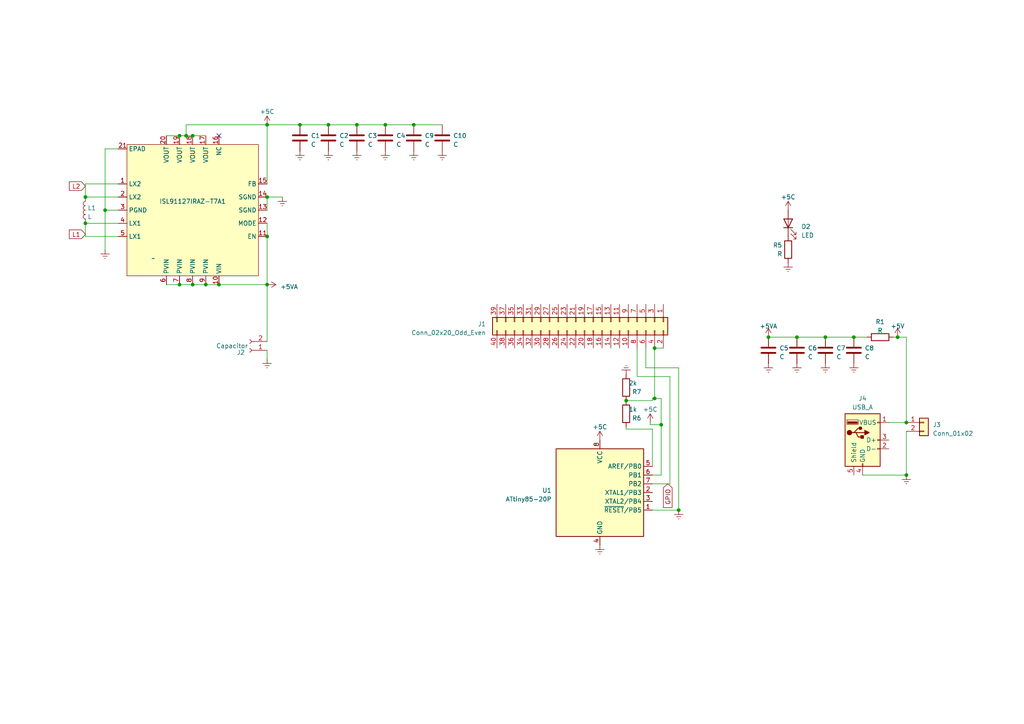
<source format=kicad_sch>
(kicad_sch (version 20230121) (generator eeschema)
  (paper "A4")
  (lib_symbols
    (symbol "Connector:Conn_01x02_Socket" (pin_names (offset 1.016) hide)
      (property "Reference" "J" (at 0 2.54 0))
      (property "Value" "Conn_01x02_Socket" (at 0 -5.08 0))
      (symbol "Conn_01x02_Socket_1_1"
        (arc (start 0 -2.032) (mid -0.5058 -2.54) (end 0 -3.048) (stroke (width 0.1524)))
        (polyline (pts (xy -1.27 -2.54) (xy -0.508 -2.54)) (stroke (width 0.1524)))
        (polyline (pts (xy -1.27 0) (xy -0.508 0)) (stroke (width 0.1524)))
        (arc (start 0 0.508) (mid -0.5058 0) (end 0 -0.508) (stroke (width 0.1524)))
        (pin passive line (at -5.08 0 0) (length 3.81) (name "Pin_1") (number "1"))
        (pin passive line (at -5.08 -2.54 0) (length 3.81) (name "Pin_2") (number "2"))
      )
    )
    (symbol "Connector:USB_A" (pin_names (offset 1.016))
      (property "Reference" "J" (at -5.08 11.43 0))
      (property "Value" "USB_A" (at -5.08 8.89 0))
      (symbol "USB_A_0_1"
        (rectangle (start -5.08 -7.62) (end 5.08 7.62) (stroke (width 0.254)) (fill (type background)))
        (circle (center -3.81 2.159) (radius 0.635) (stroke (width 0.254)) (fill (type outline)))
        (rectangle (start -1.524 4.826) (end -4.318 5.334) (fill (type outline)))
        (rectangle (start -1.27 4.572) (end -4.572 5.842))
        (circle (center -0.635 3.429) (radius 0.381) (stroke (width 0.254)) (fill (type outline)))
        (rectangle (start -0.127 -7.62) (end 0.127 -6.858))
        (polyline (pts (xy -3.175 2.159) (xy -2.54 2.159) (xy -1.27 3.429) (xy -0.635 3.429)) (stroke (width 0.254)))
        (polyline (pts (xy -2.54 2.159) (xy -1.905 2.159) (xy -1.27 0.889) (xy 0 0.889)) (stroke (width 0.254)))
        (polyline (pts (xy 0.635 2.794) (xy 0.635 1.524) (xy 1.905 2.159) (xy 0.635 2.794)) (stroke (width 0.254)) (fill (type outline)))
        (rectangle (start 0.254 1.27) (end -0.508 0.508) (stroke (width 0.254)) (fill (type outline)))
        (rectangle (start 5.08 -2.667) (end 4.318 -2.413))
        (rectangle (start 5.08 -0.127) (end 4.318 0.127))
        (rectangle (start 5.08 4.953) (end 4.318 5.207))
      )
      (symbol "USB_A_1_1"
        (polyline (pts (xy -1.905 2.159) (xy 0.635 2.159)) (stroke (width 0.254)))
        (pin power_in line (at 7.62 5.08 180) (length 2.54) (name "VBUS") (number "1"))
        (pin bidirectional line (at 7.62 -2.54 180) (length 2.54) (name "D-") (number "2"))
        (pin bidirectional line (at 7.62 0 180) (length 2.54) (name "D+") (number "3"))
        (pin power_in line (at 0 -10.16 90) (length 2.54) (name "GND") (number "4"))
        (pin passive line (at -2.54 -10.16 90) (length 2.54) (name "Shield") (number "5"))
      )
    )
    (symbol "Connector_Generic:Conn_01x02" (pin_names (offset 1.016) hide)
      (property "Reference" "J" (at 0 2.54 0))
      (property "Value" "Conn_01x02" (at 0 -5.08 0))
      (symbol "Conn_01x02_1_1"
        (rectangle (start -1.27 -2.413) (end 0 -2.667) (stroke (width 0.1524)))
        (rectangle (start -1.27 0.127) (end 0 -0.127) (stroke (width 0.1524)))
        (rectangle (start -1.27 1.27) (end 1.27 -3.81) (stroke (width 0.254)) (fill (type background)))
        (pin passive line (at -5.08 0 0) (length 3.81) (name "Pin_1") (number "1"))
        (pin passive line (at -5.08 -2.54 0) (length 3.81) (name "Pin_2") (number "2"))
      )
    )
    (symbol "Connector_Generic:Conn_02x20_Odd_Even" (pin_names (offset 1.016) hide)
      (property "Reference" "J" (at 1.27 25.4 0))
      (property "Value" "Conn_02x20_Odd_Even" (at 1.27 -27.94 0))
      (symbol "Conn_02x20_Odd_Even_1_1"
        (rectangle (start -1.27 -25.273) (end 0 -25.527) (stroke (width 0.1524)))
        (rectangle (start -1.27 -22.733) (end 0 -22.987) (stroke (width 0.1524)))
        (rectangle (start -1.27 -20.193) (end 0 -20.447) (stroke (width 0.1524)))
        (rectangle (start -1.27 -17.653) (end 0 -17.907) (stroke (width 0.1524)))
        (rectangle (start -1.27 -15.113) (end 0 -15.367) (stroke (width 0.1524)))
        (rectangle (start -1.27 -12.573) (end 0 -12.827) (stroke (width 0.1524)))
        (rectangle (start -1.27 -10.033) (end 0 -10.287) (stroke (width 0.1524)))
        (rectangle (start -1.27 -7.493) (end 0 -7.747) (stroke (width 0.1524)))
        (rectangle (start -1.27 -4.953) (end 0 -5.207) (stroke (width 0.1524)))
        (rectangle (start -1.27 -2.413) (end 0 -2.667) (stroke (width 0.1524)))
        (rectangle (start -1.27 0.127) (end 0 -0.127) (stroke (width 0.1524)))
        (rectangle (start -1.27 2.667) (end 0 2.413) (stroke (width 0.1524)))
        (rectangle (start -1.27 5.207) (end 0 4.953) (stroke (width 0.1524)))
        (rectangle (start -1.27 7.747) (end 0 7.493) (stroke (width 0.1524)))
        (rectangle (start -1.27 10.287) (end 0 10.033) (stroke (width 0.1524)))
        (rectangle (start -1.27 12.827) (end 0 12.573) (stroke (width 0.1524)))
        (rectangle (start -1.27 15.367) (end 0 15.113) (stroke (width 0.1524)))
        (rectangle (start -1.27 17.907) (end 0 17.653) (stroke (width 0.1524)))
        (rectangle (start -1.27 20.447) (end 0 20.193) (stroke (width 0.1524)))
        (rectangle (start -1.27 22.987) (end 0 22.733) (stroke (width 0.1524)))
        (rectangle (start -1.27 24.13) (end 3.81 -26.67) (stroke (width 0.254)) (fill (type background)))
        (rectangle (start 3.81 -25.273) (end 2.54 -25.527) (stroke (width 0.1524)))
        (rectangle (start 3.81 -22.733) (end 2.54 -22.987) (stroke (width 0.1524)))
        (rectangle (start 3.81 -20.193) (end 2.54 -20.447) (stroke (width 0.1524)))
        (rectangle (start 3.81 -17.653) (end 2.54 -17.907) (stroke (width 0.1524)))
        (rectangle (start 3.81 -15.113) (end 2.54 -15.367) (stroke (width 0.1524)))
        (rectangle (start 3.81 -12.573) (end 2.54 -12.827) (stroke (width 0.1524)))
        (rectangle (start 3.81 -10.033) (end 2.54 -10.287) (stroke (width 0.1524)))
        (rectangle (start 3.81 -7.493) (end 2.54 -7.747) (stroke (width 0.1524)))
        (rectangle (start 3.81 -4.953) (end 2.54 -5.207) (stroke (width 0.1524)))
        (rectangle (start 3.81 -2.413) (end 2.54 -2.667) (stroke (width 0.1524)))
        (rectangle (start 3.81 0.127) (end 2.54 -0.127) (stroke (width 0.1524)))
        (rectangle (start 3.81 2.667) (end 2.54 2.413) (stroke (width 0.1524)))
        (rectangle (start 3.81 5.207) (end 2.54 4.953) (stroke (width 0.1524)))
        (rectangle (start 3.81 7.747) (end 2.54 7.493) (stroke (width 0.1524)))
        (rectangle (start 3.81 10.287) (end 2.54 10.033) (stroke (width 0.1524)))
        (rectangle (start 3.81 12.827) (end 2.54 12.573) (stroke (width 0.1524)))
        (rectangle (start 3.81 15.367) (end 2.54 15.113) (stroke (width 0.1524)))
        (rectangle (start 3.81 17.907) (end 2.54 17.653) (stroke (width 0.1524)))
        (rectangle (start 3.81 20.447) (end 2.54 20.193) (stroke (width 0.1524)))
        (rectangle (start 3.81 22.987) (end 2.54 22.733) (stroke (width 0.1524)))
        (pin passive line (at -5.08 22.86 0) (length 3.81) (name "Pin_1") (number "1"))
        (pin passive line (at 7.62 12.7 180) (length 3.81) (name "Pin_10") (number "10"))
        (pin passive line (at -5.08 10.16 0) (length 3.81) (name "Pin_11") (number "11"))
        (pin passive line (at 7.62 10.16 180) (length 3.81) (name "Pin_12") (number "12"))
        (pin passive line (at -5.08 7.62 0) (length 3.81) (name "Pin_13") (number "13"))
        (pin passive line (at 7.62 7.62 180) (length 3.81) (name "Pin_14") (number "14"))
        (pin passive line (at -5.08 5.08 0) (length 3.81) (name "Pin_15") (number "15"))
        (pin passive line (at 7.62 5.08 180) (length 3.81) (name "Pin_16") (number "16"))
        (pin passive line (at -5.08 2.54 0) (length 3.81) (name "Pin_17") (number "17"))
        (pin passive line (at 7.62 2.54 180) (length 3.81) (name "Pin_18") (number "18"))
        (pin passive line (at -5.08 0 0) (length 3.81) (name "Pin_19") (number "19"))
        (pin passive line (at 7.62 22.86 180) (length 3.81) (name "Pin_2") (number "2"))
        (pin passive line (at 7.62 0 180) (length 3.81) (name "Pin_20") (number "20"))
        (pin passive line (at -5.08 -2.54 0) (length 3.81) (name "Pin_21") (number "21"))
        (pin passive line (at 7.62 -2.54 180) (length 3.81) (name "Pin_22") (number "22"))
        (pin passive line (at -5.08 -5.08 0) (length 3.81) (name "Pin_23") (number "23"))
        (pin passive line (at 7.62 -5.08 180) (length 3.81) (name "Pin_24") (number "24"))
        (pin passive line (at -5.08 -7.62 0) (length 3.81) (name "Pin_25") (number "25"))
        (pin passive line (at 7.62 -7.62 180) (length 3.81) (name "Pin_26") (number "26"))
        (pin passive line (at -5.08 -10.16 0) (length 3.81) (name "Pin_27") (number "27"))
        (pin passive line (at 7.62 -10.16 180) (length 3.81) (name "Pin_28") (number "28"))
        (pin passive line (at -5.08 -12.7 0) (length 3.81) (name "Pin_29") (number "29"))
        (pin passive line (at -5.08 20.32 0) (length 3.81) (name "Pin_3") (number "3"))
        (pin passive line (at 7.62 -12.7 180) (length 3.81) (name "Pin_30") (number "30"))
        (pin passive line (at -5.08 -15.24 0) (length 3.81) (name "Pin_31") (number "31"))
        (pin passive line (at 7.62 -15.24 180) (length 3.81) (name "Pin_32") (number "32"))
        (pin passive line (at -5.08 -17.78 0) (length 3.81) (name "Pin_33") (number "33"))
        (pin passive line (at 7.62 -17.78 180) (length 3.81) (name "Pin_34") (number "34"))
        (pin passive line (at -5.08 -20.32 0) (length 3.81) (name "Pin_35") (number "35"))
        (pin passive line (at 7.62 -20.32 180) (length 3.81) (name "Pin_36") (number "36"))
        (pin passive line (at -5.08 -22.86 0) (length 3.81) (name "Pin_37") (number "37"))
        (pin passive line (at 7.62 -22.86 180) (length 3.81) (name "Pin_38") (number "38"))
        (pin passive line (at -5.08 -25.4 0) (length 3.81) (name "Pin_39") (number "39"))
        (pin passive line (at 7.62 20.32 180) (length 3.81) (name "Pin_4") (number "4"))
        (pin passive line (at 7.62 -25.4 180) (length 3.81) (name "Pin_40") (number "40"))
        (pin passive line (at -5.08 17.78 0) (length 3.81) (name "Pin_5") (number "5"))
        (pin passive line (at 7.62 17.78 180) (length 3.81) (name "Pin_6") (number "6"))
        (pin passive line (at -5.08 15.24 0) (length 3.81) (name "Pin_7") (number "7"))
        (pin passive line (at 7.62 15.24 180) (length 3.81) (name "Pin_8") (number "8"))
        (pin passive line (at -5.08 12.7 0) (length 3.81) (name "Pin_9") (number "9"))
      )
    )
    (symbol "Device:C" (pin_numbers hide) (pin_names (offset 0.254))
      (property "Reference" "C" (at 0.635 2.54 0))
      (property "Value" "C" (at 0.635 -2.54 0))
      (symbol "C_0_1"
        (polyline (pts (xy -2.032 -0.762) (xy 2.032 -0.762)) (stroke (width 0.508)))
        (polyline (pts (xy -2.032 0.762) (xy 2.032 0.762)) (stroke (width 0.508)))
      )
      (symbol "C_1_1"
        (pin passive line (at 0 3.81 270) (length 2.794) (name "~") (number "1"))
        (pin passive line (at 0 -3.81 90) (length 2.794) (name "~") (number "2"))
      )
    )
    (symbol "Device:L" (pin_numbers hide) (pin_names (offset 1.016) hide)
      (property "Reference" "L" (at -1.27 0 90))
      (property "Value" "L" (at 1.905 0 90))
      (symbol "L_0_1"
        (arc (start 0 -2.54) (mid 0.6323 -1.905) (end 0 -1.27))
        (arc (start 0 -1.27) (mid 0.6323 -0.635) (end 0 0))
        (arc (start 0 0) (mid 0.6323 0.635) (end 0 1.27))
        (arc (start 0 1.27) (mid 0.6323 1.905) (end 0 2.54))
      )
      (symbol "L_1_1"
        (pin passive line (at 0 3.81 270) (length 1.27) (name "1") (number "1"))
        (pin passive line (at 0 -3.81 90) (length 1.27) (name "2") (number "2"))
      )
    )
    (symbol "Device:LED" (pin_numbers hide) (pin_names (offset 1.016) hide)
      (property "Reference" "D" (at 0 2.54 0))
      (property "Value" "LED" (at 0 -2.54 0))
      (symbol "LED_0_1"
        (polyline (pts (xy -1.27 -1.27) (xy -1.27 1.27)) (stroke (width 0.254)))
        (polyline (pts (xy -1.27 0) (xy 1.27 0)))
        (polyline (pts (xy 1.27 -1.27) (xy 1.27 1.27) (xy -1.27 0) (xy 1.27 -1.27)) (stroke (width 0.254)))
        (polyline (pts (xy -3.048 -0.762) (xy -4.572 -2.286) (xy -3.81 -2.286) (xy -4.572 -2.286) (xy -4.572 -1.524)))
        (polyline (pts (xy -1.778 -0.762) (xy -3.302 -2.286) (xy -2.54 -2.286) (xy -3.302 -2.286) (xy -3.302 -1.524)))
      )
      (symbol "LED_1_1"
        (pin passive line (at -3.81 0 0) (length 2.54) (name "K") (number "1"))
        (pin passive line (at 3.81 0 180) (length 2.54) (name "A") (number "2"))
      )
    )
    (symbol "Device:R" (pin_numbers hide) (pin_names (offset 0))
      (property "Reference" "R" (at 2.032 0 90))
      (property "Value" "R" (at 0 0 90))
      (symbol "R_0_1"
        (rectangle (start -1.016 -2.54) (end 1.016 2.54) (stroke (width 0.254)))
      )
      (symbol "R_1_1"
        (pin passive line (at 0 3.81 270) (length 1.27) (name "~") (number "1"))
        (pin passive line (at 0 -3.81 90) (length 1.27) (name "~") (number "2"))
      )
    )
    (symbol "ISL91127_1"
      (property "Reference" "ISL91127IRAZ-T7A" (at 0 0 0))
      (symbol "ISL91127_1_1_1"
        (rectangle (start -19.05 19.05) (end 19.05 -19.05) (fill (type background)))
        (pin input line (at -21.59 7.62 0) (length 2.54) (name "LX2") (number "1"))
        (pin input line (at 7.62 -21.59 90) (length 2.54) (name "VIN") (number "10"))
        (pin input line (at 21.59 -7.62 180) (length 2.54) (name "EN") (number "11"))
        (pin input line (at 21.59 -3.81 180) (length 2.54) (name "MODE") (number "12"))
        (pin input line (at 21.59 0 180) (length 2.54) (name "SGND") (number "13"))
        (pin input line (at 21.59 3.81 180) (length 2.54) (name "SGND") (number "14"))
        (pin input line (at 21.59 7.62 180) (length 2.54) (name "FB") (number "15"))
        (pin input line (at 7.62 21.59 270) (length 2.54) (name "NC") (number "16"))
        (pin input line (at 3.81 21.59 270) (length 2.54) (name "VOUT") (number "17"))
        (pin input line (at 0 21.59 270) (length 2.54) (name "VOUT") (number "18"))
        (pin input line (at -3.81 21.59 270) (length 2.54) (name "VOUT") (number "19"))
        (pin input line (at -21.59 3.81 0) (length 2.54) (name "LX2") (number "2"))
        (pin input line (at -7.62 21.59 270) (length 2.54) (name "VOUT") (number "20"))
        (pin input line (at -21.59 17.78 0) (length 2.54) (name "EPAD") (number "21"))
        (pin input line (at -21.59 0 0) (length 2.54) (name "PGND") (number "3"))
        (pin input line (at -21.59 -3.81 0) (length 2.54) (name "LX1") (number "4"))
        (pin input line (at -21.59 -7.62 0) (length 2.54) (name "LX1") (number "5"))
        (pin input line (at -7.62 -21.59 90) (length 2.54) (name "PVIN") (number "6"))
        (pin input line (at -3.81 -21.59 90) (length 2.54) (name "PVIN") (number "7"))
        (pin input line (at 0 -21.59 90) (length 2.54) (name "PVIN") (number "8"))
        (pin input line (at 3.81 -21.59 90) (length 2.54) (name "PVIN") (number "9"))
      )
    )
    (symbol "MCU_Microchip_ATtiny:ATtiny85-20P"
      (property "Reference" "U" (at -12.7 13.97 0))
      (property "Value" "ATtiny85-20P" (at 2.54 -13.97 0))
      (symbol "ATtiny85-20P_0_1"
        (rectangle (start -12.7 -12.7) (end 12.7 12.7) (stroke (width 0.254)) (fill (type background)))
      )
      (symbol "ATtiny85-20P_1_1"
        (pin bidirectional line (at 15.24 -5.08 180) (length 2.54) (name "~{RESET}/PB5") (number "1"))
        (pin bidirectional line (at 15.24 0 180) (length 2.54) (name "XTAL1/PB3") (number "2"))
        (pin bidirectional line (at 15.24 -2.54 180) (length 2.54) (name "XTAL2/PB4") (number "3"))
        (pin power_in line (at 0 -15.24 90) (length 2.54) (name "GND") (number "4"))
        (pin bidirectional line (at 15.24 7.62 180) (length 2.54) (name "AREF/PB0") (number "5"))
        (pin bidirectional line (at 15.24 5.08 180) (length 2.54) (name "PB1") (number "6"))
        (pin bidirectional line (at 15.24 2.54 180) (length 2.54) (name "PB2") (number "7"))
        (pin power_in line (at 0 15.24 270) (length 2.54) (name "VCC") (number "8"))
      )
    )
    (symbol "power:+5C" (power) (pin_names (offset 0))
      (property "Value" "+5C" (at 0 3.556 0))
      (symbol "+5C_0_1"
        (polyline (pts (xy -0.762 1.27) (xy 0 2.54)))
        (polyline (pts (xy 0 0) (xy 0 2.54)))
        (polyline (pts (xy 0 2.54) (xy 0.762 1.27)))
      )
      (symbol "+5C_1_1"
        (pin power_in line (at 0 0 90) (length 0) hide (name "+5C") (number "1"))
      )
    )
    (symbol "power:+5V" (power) (pin_names (offset 0))
      (property "Value" "+5V" (at 0 3.556 0))
      (symbol "+5V_0_1"
        (polyline (pts (xy -0.762 1.27) (xy 0 2.54)))
        (polyline (pts (xy 0 0) (xy 0 2.54)))
        (polyline (pts (xy 0 2.54) (xy 0.762 1.27)))
      )
      (symbol "+5V_1_1"
        (pin power_in line (at 0 0 90) (length 0) hide (name "+5V") (number "1"))
      )
    )
    (symbol "power:+5VA" (power) (pin_names (offset 0))
      (property "Value" "+5VA" (at 0 3.556 0))
      (symbol "+5VA_0_1"
        (polyline (pts (xy -0.762 1.27) (xy 0 2.54)))
        (polyline (pts (xy 0 0) (xy 0 2.54)))
        (polyline (pts (xy 0 2.54) (xy 0.762 1.27)))
      )
      (symbol "+5VA_1_1"
        (pin power_in line (at 0 0 90) (length 0) hide (name "+5VA") (number "1"))
      )
    )
    (symbol "power:Earth" (power) (pin_names (offset 0))
      (symbol "Earth_0_1"
        (polyline (pts (xy -0.635 -1.905) (xy 0.635 -1.905)))
        (polyline (pts (xy -0.127 -2.54) (xy 0.127 -2.54)))
        (polyline (pts (xy 0 -1.27) (xy 0 0)))
        (polyline (pts (xy 1.27 -1.27) (xy -1.27 -1.27)))
      )
      (symbol "Earth_1_1"
        (pin power_in line (at 0 0 270) (length 0) hide (name "Earth") (number "1"))
      )
    )
  )
  (junction (at 189.865 115.57))
  (junction (at 260.35 97.79))
  (junction (at 77.47 36.195))
  (junction (at 247.65 97.79))
  (junction (at 77.47 82.55))
  (junction (at 24.765 64.77))
  (junction (at 86.995 36.195))
  (junction (at 262.89 137.795))
  (junction (at 189.865 100.965))
  (junction (at 30.48 60.96))
  (junction (at 95.25 36.195))
  (junction (at 111.76 36.195))
  (junction (at 55.88 82.55))
  (junction (at 231.14 97.79))
  (junction (at 59.69 82.55))
  (junction (at 52.07 82.55))
  (junction (at 52.07 39.37))
  (junction (at 181.61 116.205))
  (junction (at 103.505 36.195))
  (junction (at 77.47 68.58))
  (junction (at 24.765 57.15))
  (junction (at 120.015 36.195))
  (junction (at 222.885 97.79))
  (junction (at 55.88 39.37))
  (junction (at 63.5 82.55))
  (junction (at 262.89 122.555))
  (junction (at 77.47 57.15))
  (junction (at 239.395 97.79))
  (junction (at 196.85 147.955))
  (junction (at 53.975 39.37))
  (junction (at 191.77 123.19))
  (no_connect (at 63.5 39.37))
  (wire (pts (xy 53.975 39.37) (xy 53.975 36.195)))
  (wire (pts (xy 55.88 39.37) (xy 59.69 39.37)))
  (wire (pts (xy 34.29 60.96) (xy 30.48 60.96)))
  (wire (pts (xy 239.395 97.79) (xy 247.65 97.79)))
  (wire (pts (xy 189.23 147.955) (xy 196.85 147.955)))
  (wire (pts (xy 191.77 137.795) (xy 191.77 123.19)))
  (wire (pts (xy 63.5 82.55) (xy 77.47 82.55)))
  (wire (pts (xy 222.885 97.79) (xy 231.14 97.79)))
  (wire (pts (xy 30.48 60.96) (xy 30.48 43.18)))
  (wire (pts (xy 111.76 36.195) (xy 120.015 36.195)))
  (wire (pts (xy 181.61 124.46) (xy 181.61 123.825)))
  (wire (pts (xy 95.25 36.195) (xy 103.505 36.195)))
  (wire (pts (xy 77.47 82.55) (xy 77.47 99.06)))
  (wire (pts (xy 59.69 82.55) (xy 63.5 82.55)))
  (wire (pts (xy 77.47 36.195) (xy 77.47 53.34)))
  (wire (pts (xy 188.595 123.19) (xy 191.77 123.19)))
  (wire (pts (xy 181.61 124.46) (xy 189.23 124.46)))
  (wire (pts (xy 260.35 97.79) (xy 262.89 97.79)))
  (wire (pts (xy 24.765 53.34) (xy 24.765 57.15)))
  (wire (pts (xy 77.47 101.6) (xy 77.47 104.14)))
  (wire (pts (xy 187.325 106.68) (xy 196.85 106.68)))
  (wire (pts (xy 184.785 109.22) (xy 184.785 100.965)))
  (wire (pts (xy 103.505 36.195) (xy 111.76 36.195)))
  (wire (pts (xy 189.865 100.965) (xy 192.405 100.965)))
  (wire (pts (xy 196.85 106.68) (xy 196.85 147.955)))
  (wire (pts (xy 181.61 116.205) (xy 189.23 116.205)))
  (wire (pts (xy 86.995 36.195) (xy 95.25 36.195)))
  (wire (pts (xy 120.015 36.195) (xy 128.27 36.195)))
  (wire (pts (xy 77.47 57.15) (xy 77.47 60.96)))
  (wire (pts (xy 77.47 36.195) (xy 86.995 36.195)))
  (wire (pts (xy 52.07 82.55) (xy 55.88 82.55)))
  (wire (pts (xy 30.48 60.96) (xy 30.48 72.39)))
  (wire (pts (xy 189.23 115.57) (xy 189.23 116.205)))
  (wire (pts (xy 77.47 68.58) (xy 77.47 82.55)))
  (wire (pts (xy 189.865 100.965) (xy 189.865 115.57)))
  (wire (pts (xy 52.07 39.37) (xy 53.975 39.37)))
  (wire (pts (xy 257.81 122.555) (xy 262.89 122.555)))
  (wire (pts (xy 77.47 57.15) (xy 81.915 57.15)))
  (wire (pts (xy 247.65 97.79) (xy 251.46 97.79)))
  (wire (pts (xy 24.765 68.58) (xy 34.29 68.58)))
  (wire (pts (xy 262.89 125.095) (xy 262.89 137.795)))
  (wire (pts (xy 259.08 97.79) (xy 260.35 97.79)))
  (wire (pts (xy 187.325 100.965) (xy 187.325 106.68)))
  (wire (pts (xy 194.31 109.22) (xy 194.31 140.335)))
  (wire (pts (xy 189.23 124.46) (xy 189.23 135.255)))
  (wire (pts (xy 48.26 39.37) (xy 52.07 39.37)))
  (wire (pts (xy 194.31 109.22) (xy 184.785 109.22)))
  (wire (pts (xy 53.975 39.37) (xy 55.88 39.37)))
  (wire (pts (xy 55.88 82.55) (xy 59.69 82.55)))
  (wire (pts (xy 189.865 115.57) (xy 191.77 115.57)))
  (wire (pts (xy 24.765 64.77) (xy 34.29 64.77)))
  (wire (pts (xy 189.23 137.795) (xy 191.77 137.795)))
  (wire (pts (xy 250.19 137.795) (xy 262.89 137.795)))
  (wire (pts (xy 48.26 82.55) (xy 52.07 82.55)))
  (wire (pts (xy 34.29 53.34) (xy 24.765 53.34)))
  (wire (pts (xy 188.595 123.19) (xy 188.595 122.555)))
  (wire (pts (xy 30.48 43.18) (xy 34.29 43.18)))
  (wire (pts (xy 262.89 97.79) (xy 262.89 122.555)))
  (wire (pts (xy 231.14 97.79) (xy 239.395 97.79)))
  (wire (pts (xy 189.23 140.335) (xy 194.31 140.335)))
  (wire (pts (xy 53.975 36.195) (xy 77.47 36.195)))
  (wire (pts (xy 24.765 57.15) (xy 34.29 57.15)))
  (wire (pts (xy 24.765 64.77) (xy 24.765 68.58)))
  (wire (pts (xy 77.47 64.77) (xy 77.47 68.58)))
  (wire (pts (xy 189.865 115.57) (xy 189.23 115.57)))
  (wire (pts (xy 191.77 115.57) (xy 191.77 123.19)))
  (global_label "GPIO" (shape input) (at 193.675 140.335 270) (property "Intersheetrefs" "${INTERSHEET_REFS}" (effects hide)))
  (global_label "L2" (shape input) (at 24.765 53.975 180) (property "Intersheetrefs" "${INTERSHEET_REFS}" (effects hide)))
  (global_label "L1" (shape input) (at 24.765 67.945 180) (property "Intersheetrefs" "${INTERSHEET_REFS}" (effects hide)))
  (symbol (lib_id "MCU_Microchip_ATtiny:ATtiny85-20P") (at 173.99 142.875 0) (unit 1)
    (property "Reference" "U1" (at 160.02 142.24 0) (effects (justify right)))
    (property "Value" "ATtiny85-20P" (at 160.02 144.78 0) (effects (justify right)))
    (property "Footprint" "Package_DIP:DIP-8_W7.62mm" (effects hide))
    (property "Datasheet" "http://ww1.microchip.com/downloads/en/DeviceDoc/atmel-2586-avr-8-bit-microcontroller-attiny25-attiny45-attiny85_datasheet.pdf" (effects hide))
  )
  (symbol (lib_id "power:Earth") (at 181.61 108.585 180) (unit 1)
    (property "Reference" "#PWR027" (effects hide))
    (property "Value" "Earth" (effects hide))
  )
  (symbol (lib_id "power:Earth") (at 95.25 43.815 0) (unit 1)
    (property "Reference" "#PWR02" (effects hide))
    (property "Value" "Earth" (effects hide))
  )
  (symbol (lib_id "power:Earth") (at 262.89 137.795 0) (unit 1)
    (property "Reference" "#PWR014" (effects hide))
    (property "Value" "Earth" (effects hide))
  )
  (symbol (lib_id "Device:C") (at 231.14 101.6 0) (unit 1)
    (property "Reference" "C6" (at 234.315 100.965 0) (effects (justify left)))
    (property "Value" "C" (at 234.315 103.505 0) (effects (justify left)))
    (property "Footprint" "Capacitor_SMD:C_0603_1608Metric" (effects hide))
  )
  (symbol (lib_id "Device:C") (at 239.395 101.6 0) (unit 1)
    (property "Reference" "C7" (at 242.57 100.965 0) (effects (justify left)))
    (property "Value" "C" (at 242.57 103.505 0) (effects (justify left)))
    (property "Footprint" "Capacitor_SMD:C_0603_1608Metric" (effects hide))
  )
  (symbol (lib_id "Connector:Conn_01x02_Socket") (at 72.39 101.6 180) (unit 1)
    (property "Reference" "J2" (at 69.85 102.235 0))
    (property "Value" "Capacitor" (at 67.31 100.33 0))
    (property "Footprint" "Connector_PinSocket_2.54mm:PinSocket_1x02_P2.54mm_Vertical" (effects hide))
  )
  (symbol (lib_id "power:Earth") (at 247.65 105.41 0) (unit 1)
    (property "Reference" "#PWR012" (effects hide))
    (property "Value" "Earth" (effects hide))
  )
  (symbol (lib_id "power:+5C") (at 77.47 36.195 0) (unit 1)
    (property "Reference" "#PWR013" (effects hide))
    (property "Value" "+5C" (at 77.47 32.385 0))
  )
  (symbol (lib_id "power:+5C") (at 188.595 122.555 0) (unit 1)
    (property "Reference" "#PWR029" (effects hide))
    (property "Value" "+5C" (at 188.595 118.745 0))
  )
  (symbol (lib_id "power:+5C") (at 228.6 60.96 0) (unit 1)
    (property "Reference" "#PWR025" (effects hide))
    (property "Value" "+5C" (at 228.6 57.15 0))
  )
  (symbol (lib_id "Device:R") (at 228.6 72.39 0) (unit 1)
    (property "Reference" "R5" (at 224.155 71.12 0) (effects (justify left)))
    (property "Value" "R" (at 225.425 73.66 0) (effects (justify left)))
    (property "Footprint" "Resistor_SMD:R_0603_1608Metric" (effects hide))
  )
  (symbol (lib_id "Connector:USB_A") (at 250.19 127.635 0) (unit 1)
    (property "Reference" "J4" (at 250.19 115.57 0))
    (property "Value" "USB_A" (at 250.19 118.11 0))
    (property "Footprint" "Connector_USB:USB_Micro-B_Molex-105017-0001" (effects hide))
    (property "Datasheet" " ~" (effects hide))
  )
  (symbol (lib_id "Device:C") (at 247.65 101.6 0) (unit 1)
    (property "Reference" "C8" (at 250.825 100.965 0) (effects (justify left)))
    (property "Value" "C" (at 250.825 103.505 0) (effects (justify left)))
    (property "Footprint" "Capacitor_SMD:C_0603_1608Metric" (effects hide))
  )
  (symbol (lib_id "Device:R") (at 181.61 120.015 180) (unit 1)
    (property "Reference" "R6" (at 186.055 121.285 0) (effects (justify left)))
    (property "Value" "1k" (at 184.785 118.745 0) (effects (justify left)))
    (property "Footprint" "Resistor_SMD:R_0603_1608Metric" (effects hide))
  )
  (symbol (lib_id "Device:C") (at 120.015 40.005 0) (unit 1)
    (property "Reference" "C9" (at 123.19 39.37 0) (effects (justify left)))
    (property "Value" "C" (at 123.19 41.91 0) (effects (justify left)))
    (property "Footprint" "Capacitor_SMD:C_0603_1608Metric" (effects hide))
  )
  (symbol (lib_id "power:+5VA") (at 222.885 97.79 0) (unit 1)
    (property "Reference" "#PWR018" (effects hide))
    (property "Value" "+5VA" (at 222.885 94.615 0))
  )
  (symbol (lib_id "Device:LED") (at 228.6 64.77 90) (unit 1)
    (property "Reference" "D2" (at 232.41 65.7225 90) (effects (justify right)))
    (property "Value" "LED" (at 232.41 68.2625 90) (effects (justify right)))
    (property "Footprint" "LED_SMD:LED_0603_1608Metric" (effects hide))
  )
  (symbol (lib_id "power:Earth") (at 173.99 158.115 0) (unit 1)
    (property "Reference" "#PWR019" (effects hide))
    (property "Value" "Earth" (effects hide))
  )
  (symbol (lib_id "Device:L") (at 24.765 60.96 180) (unit 1)
    (property "Reference" "L1" (at 25.4 60.325 0) (effects (justify right)))
    (property "Value" "L" (at 25.4 62.865 0) (effects (justify right)))
    (property "Footprint" "BuckBoosterLibrary:MEKK Inductor" (effects hide))
  )
  (symbol (lib_id "Device:C") (at 86.995 40.005 0) (unit 1)
    (property "Reference" "C1" (at 90.17 39.37 0) (effects (justify left)))
    (property "Value" "C" (at 90.17 41.91 0) (effects (justify left)))
    (property "Footprint" "BuckBoosterLibrary:EEE(Capacitor)" (effects hide))
  )
  (symbol (lib_id "power:+5C") (at 173.99 127.635 0) (unit 1)
    (property "Reference" "#PWR022" (effects hide))
    (property "Value" "+5C" (at 173.99 123.825 0))
  )
  (symbol (lib_id "Device:C") (at 222.885 101.6 0) (unit 1)
    (property "Reference" "C5" (at 226.06 100.965 0) (effects (justify left)))
    (property "Value" "C" (at 226.06 103.505 0) (effects (justify left)))
    (property "Footprint" "BuckBoosterLibrary:EEE(Capacitor)" (effects hide))
  )
  (symbol (lib_id "Device:C") (at 111.76 40.005 0) (unit 1)
    (property "Reference" "C4" (at 114.935 39.37 0) (effects (justify left)))
    (property "Value" "C" (at 114.935 41.91 0) (effects (justify left)))
    (property "Footprint" "Capacitor_SMD:C_0603_1608Metric" (effects hide))
  )
  (symbol (lib_id "power:Earth") (at 86.995 43.815 0) (unit 1)
    (property "Reference" "#PWR03" (effects hide))
    (property "Value" "Earth" (effects hide))
  )
  (symbol (lib_id "Connector_Generic:Conn_02x20_Odd_Even") (at 169.545 93.345 270) (unit 1)
    (property "Reference" "J1" (at 140.97 93.98 90) (effects (justify right)))
    (property "Value" "Conn_02x20_Odd_Even" (at 140.97 96.52 90) (effects (justify right)))
    (property "Footprint" "Connector_PinHeader_2.54mm:PinHeader_2x20_P2.54mm_Vertical" (effects hide))
  )
  (symbol (lib_id "Connector_Generic:Conn_01x02") (at 267.97 122.555 0) (unit 1)
    (property "Reference" "J3" (at 270.51 123.19 0) (effects (justify left)))
    (property "Value" "Conn_01x02" (at 270.51 125.73 0) (effects (justify left)))
    (property "Footprint" "Connector_PinSocket_2.54mm:PinSocket_1x02_P2.54mm_Vertical" (effects hide))
  )
  (symbol (lib_id "Device:R") (at 255.27 97.79 90) (unit 1)
    (property "Reference" "R1" (at 255.27 93.345 90))
    (property "Value" "R" (at 255.27 95.885 90))
    (property "Footprint" "Resistor_SMD:R_0603_1608Metric" (effects hide))
  )
  (symbol (lib_id "power:Earth") (at 228.6 76.2 0) (unit 1)
    (property "Reference" "#PWR026" (effects hide))
    (property "Value" "Earth" (effects hide))
  )
  (symbol (lib_id "power:+5V") (at 260.35 97.79 0) (unit 1)
    (property "Reference" "#PWR01" (effects hide))
    (property "Value" "+5V" (at 260.35 94.615 0))
  )
  (symbol (lib_id "Device:R") (at 181.61 112.395 180) (unit 1)
    (property "Reference" "R7" (at 186.055 113.665 0) (effects (justify left)))
    (property "Value" "2k" (at 184.785 111.125 0) (effects (justify left)))
    (property "Footprint" "Resistor_SMD:R_0603_1608Metric" (effects hide))
  )
  (symbol (lib_id "Device:C") (at 95.25 40.005 0) (unit 1)
    (property "Reference" "C2" (at 98.425 39.37 0) (effects (justify left)))
    (property "Value" "C" (at 98.425 41.91 0) (effects (justify left)))
    (property "Footprint" "Capacitor_SMD:C_0603_1608Metric" (effects hide))
  )
  (symbol (lib_id "power:Earth") (at 30.48 72.39 0) (unit 1)
    (property "Reference" "#PWR07" (effects hide))
    (property "Value" "Earth" (effects hide))
  )
  (symbol (lib_id "power:Earth") (at 77.47 104.14 0) (unit 1)
    (property "Reference" "#PWR04" (effects hide))
    (property "Value" "Earth" (effects hide))
  )
  (symbol (lib_id "power:Earth") (at 103.505 43.815 0) (unit 1)
    (property "Reference" "#PWR05" (effects hide))
    (property "Value" "Earth" (effects hide))
  )
  (symbol (lib_id "Device:C") (at 128.27 40.005 0) (unit 1)
    (property "Reference" "C10" (at 131.445 39.37 0) (effects (justify left)))
    (property "Value" "C" (at 131.445 41.91 0) (effects (justify left)))
    (property "Footprint" "Capacitor_SMD:C_0603_1608Metric" (effects hide))
  )
  (symbol (lib_id "power:+5VA") (at 77.47 82.55 270) (unit 1)
    (property "Reference" "#PWR017" (effects hide))
    (property "Value" "+5VA" (at 81.28 83.185 90) (effects (justify left)))
  )
  (symbol (lib_id "Device:C") (at 103.505 40.005 0) (unit 1)
    (property "Reference" "C3" (at 106.68 39.37 0) (effects (justify left)))
    (property "Value" "C" (at 106.68 41.91 0) (effects (justify left)))
    (property "Footprint" "Capacitor_SMD:C_0603_1608Metric" (effects hide))
  )
  (symbol (lib_id "power:Earth") (at 222.885 105.41 0) (unit 1)
    (property "Reference" "#PWR09" (effects hide))
    (property "Value" "Earth" (effects hide))
  )
  (symbol (lib_id "power:Earth") (at 231.14 105.41 0) (unit 1)
    (property "Reference" "#PWR010" (effects hide))
    (property "Value" "Earth" (effects hide))
  )
  (symbol (lib_id "power:Earth") (at 239.395 105.41 0) (unit 1)
    (property "Reference" "#PWR011" (effects hide))
    (property "Value" "Earth" (effects hide))
  )
  (symbol (lib_id "power:Earth") (at 111.76 43.815 0) (unit 1)
    (property "Reference" "#PWR06" (effects hide))
    (property "Value" "Earth" (effects hide))
  )
  (symbol (lib_id "power:Earth") (at 128.27 43.815 0) (unit 1)
    (property "Reference" "#PWR024" (effects hide))
    (property "Value" "Earth" (effects hide))
  )
  (symbol (lib_id "power:Earth") (at 81.915 57.15 0) (unit 1)
    (property "Reference" "#PWR08" (effects hide))
    (property "Value" "Earth" (effects hide))
  )
  (symbol (lib_name "ISL91127_1") (lib_id "BuckConverter:ISL91127") (at 55.88 60.96 0) (unit 1)
    (property "Reference" "ISL91127IRAZ-T7A1" (at 55.88 58.42 0))
    (property "Value" "~" (at 44.45 74.93 0))
    (property "Footprint" "BuckBoosterLibrary:ISL91127IRAZ-T7A" (effects hide))
  )
  (symbol (lib_id "power:Earth") (at 196.85 147.955 0) (unit 1)
    (property "Reference" "#PWR030" (effects hide))
    (property "Value" "Earth" (effects hide))
  )
  (symbol (lib_id "power:Earth") (at 120.015 43.815 0) (unit 1)
    (property "Reference" "#PWR023" (effects hide))
    (property "Value" "Earth" (effects hide))
  )
)
</source>
